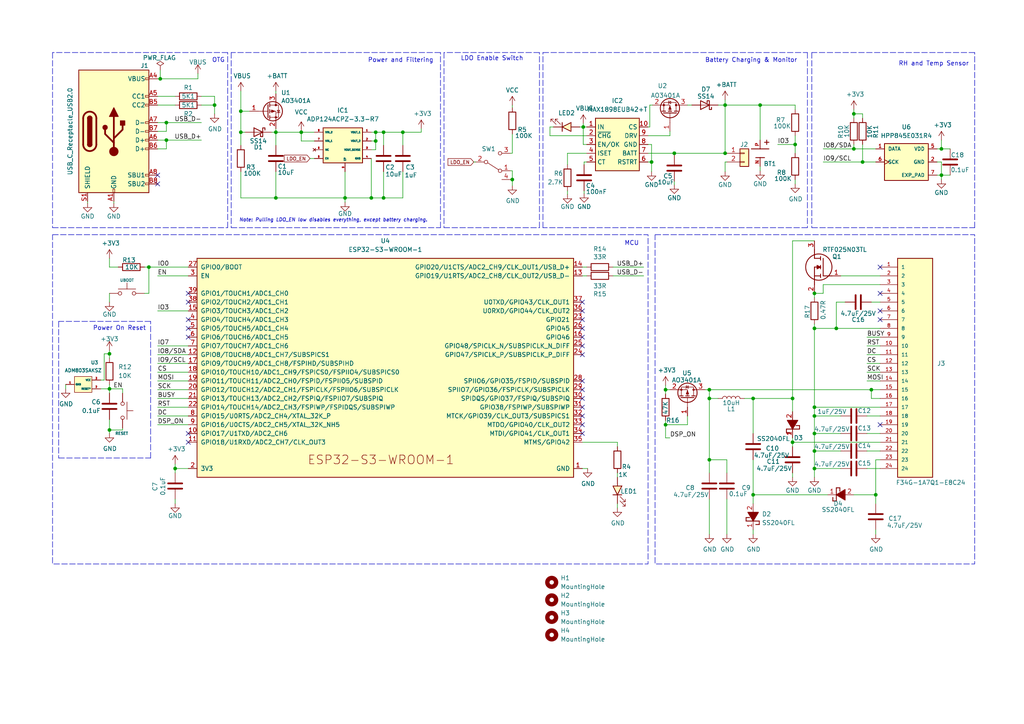
<source format=kicad_sch>
(kicad_sch (version 20250114) (generator "eeschema") (generator_version "9.0")
  (paper "A4")
  (title_block (title "Low Power Desktop Weather Station") (date "2025-02-11") (rev "1") (company "Jobit Joseph @ Semicon Media"))
  (rectangle (start 15.24 68.072) (end 187.96 163.576) (stroke (width 0) (type dash)))
  (rectangle (start 189.992 68.072) (end 282.702 163.576) (stroke (width 0) (type dash)))
  (text "MCU\n" (at 181.102 71.374 0) (effects (font (size 1.27 1.27)) (justify left bottom)))
  (text "Note: Pulling LDO_EN low disables everything, except battery charging.\n" (at 69.342 64.516 0) (effects (font (size 1 1) (italic yes)) (justify left bottom)))
  (text "RH and Temp Sensor" (at 260.604 19.304 0) (effects (font (size 1.27 1.27)) (justify left bottom)))
  (text "OTG" (at 61.468 18.288 0) (effects (font (size 1.27 1.27)) (justify left bottom)))
  (text "Power On Reset" (at 26.924 96.012 0) (effects (font (size 1.27 1.27)) (justify left bottom)))
  (text "Battery Charging & Monitor" (at 204.47 18.288 0) (effects (font (size 1.27 1.27)) (justify left bottom)))
  (text "Power and Filtering\n" (at 106.68 18.288 0) (effects (font (size 1.27 1.27)) (justify left bottom)))
  (text "LDO Enable Switch" (at 133.604 17.78 0) (effects (font (size 1.27 1.27)) (justify left bottom)))
  (junction (at 62.23 30.48))
  (junction (at 43.18 77.47))
  (junction (at 205.74 133.35))
  (junction (at 111.252 38.354))
  (junction (at 236.22 125.73))
  (junction (at 148.59 52.07))
  (junction (at 169.164 36.83))
  (junction (at 31.75 102.616))
  (junction (at 195.58 44.45))
  (junction (at 205.74 113.03))
  (junction (at 254 143.51))
  (junction (at 236.22 95.25))
  (junction (at 108.966 40.894))
  (junction (at 236.22 85.09))
  (junction (at 273.05 43.18))
  (junction (at 80.01 38.354))
  (junction (at 210.312 44.45))
  (junction (at 111.252 57.404))
  (junction (at 218.44 143.51))
  (junction (at 69.85 38.354))
  (junction (at 210.312 30.48))
  (junction (at 273.05 50.8))
  (junction (at 236.22 118.11))
  (junction (at 48.26 40.64))
  (junction (at 236.22 130.81))
  (junction (at 247.65 33.02))
  (junction (at 80.01 57.404))
  (junction (at 31.75 112.776))
  (junction (at 50.8 135.89))
  (junction (at 236.22 135.89))
  (junction (at 247.65 43.18))
  (junction (at 193.04 113.03))
  (junction (at 250.19 46.99))
  (junction (at 116.84 38.354))
  (junction (at 220.472 30.48))
  (junction (at 229.87 128.27))
  (junction (at 107.696 57.404))
  (junction (at 31.75 124.714))
  (junction (at 46.482 22.86))
  (junction (at 229.87 115.57))
  (junction (at 100.076 57.404))
  (junction (at 236.22 120.65))
  (junction (at 48.26 35.56))
  (junction (at 188.976 46.99))
  (junction (at 87.376 38.354))
  (junction (at 218.44 115.57))
  (junction (at 230.632 41.91))
  (junction (at 69.85 32.258))
  (junction (at 193.04 123.19))
  (junction (at 242.57 95.25))
  (junction (at 108.966 38.354))
  (junction (at 252.73 113.03))
  (junction (at 205.74 115.57))
  (no_connect (at 168.91 123.19))
  (no_connect (at 54.61 125.73))
  (no_connect (at 255.27 85.09))
  (no_connect (at 255.27 77.47))
  (no_connect (at 168.91 113.03))
  (no_connect (at 255.27 92.71))
  (no_connect (at 168.91 97.79))
  (no_connect (at 54.61 92.71))
  (no_connect (at 168.91 92.71))
  (no_connect (at 168.91 115.57))
  (no_connect (at 45.72 53.34))
  (no_connect (at 255.27 90.17))
  (no_connect (at 168.91 102.87))
  (no_connect (at 168.91 125.73))
  (no_connect (at 168.91 120.65))
  (no_connect (at 255.27 123.19))
  (no_connect (at 54.61 128.27))
  (no_connect (at 54.61 95.25))
  (no_connect (at 54.61 87.63))
  (no_connect (at 45.72 50.8))
  (no_connect (at 168.91 118.11))
  (no_connect (at 168.91 100.33))
  (no_connect (at 54.61 97.79))
  (no_connect (at 168.91 87.63))
  (no_connect (at 168.91 110.49))
  (no_connect (at 54.61 85.09))
  (no_connect (at 168.91 90.17))
  (no_connect (at 168.91 95.25))
  (wire (pts (xy 238.76 46.99) (xy 250.19 46.99)))
  (wire (pts (xy 187.96 36.83) (xy 188.468 36.83)))
  (wire (pts (xy 25.4 58.928) (xy 25.4 58.42)))
  (polyline (pts (xy 67.056 15.24) (xy 67.056 66.04)) (stroke (width 0) (type dash)))
  (wire (pts (xy 170.18 41.91) (xy 169.164 41.91)))
  (wire (pts (xy 251.46 97.79) (xy 255.27 97.79)))
  (wire (pts (xy 107.696 45.974) (xy 107.696 57.404)))
  (wire (pts (xy 31.75 111.506) (xy 31.75 112.776)))
  (polyline (pts (xy 15.24 66.04) (xy 66.04 66.04)) (stroke (width 0) (type dash)))
  (wire (pts (xy 252.73 113.03) (xy 255.27 113.03)))
  (wire (pts (xy 254 143.51) (xy 254 146.05)))
  (wire (pts (xy 29.21 110.236) (xy 30.226 110.236)))
  (wire (pts (xy 45.72 102.87) (xy 54.61 102.87)))
  (wire (pts (xy 255.27 128.27) (xy 229.87 128.27)))
  (wire (pts (xy 80.01 38.354) (xy 87.376 38.354)))
  (wire (pts (xy 188.976 46.99) (xy 187.96 46.99)))
  (polyline (pts (xy 235.458 66.04) (xy 282.702 66.04)) (stroke (width 0) (type dash)))
  (wire (pts (xy 31.75 102.616) (xy 30.226 102.616)))
  (wire (pts (xy 247.65 33.02) (xy 247.65 34.29)))
  (wire (pts (xy 242.57 95.25) (xy 236.22 95.25)))
  (wire (pts (xy 195.58 44.45) (xy 195.58 44.958)))
  (wire (pts (xy 107.696 43.434) (xy 108.966 43.434)))
  (wire (pts (xy 193.04 123.19) (xy 199.39 123.19)))
  (wire (pts (xy 116.84 38.354) (xy 116.84 42.164)))
  (wire (pts (xy 210.312 46.99) (xy 210.82 46.99)))
  (wire (pts (xy 210.82 137.16) (xy 210.82 133.35)))
  (wire (pts (xy 230.632 39.37) (xy 230.632 41.91)))
  (wire (pts (xy 210.312 30.48) (xy 220.472 30.48)))
  (wire (pts (xy 45.72 105.41) (xy 54.61 105.41)))
  (wire (pts (xy 247.65 41.91) (xy 247.65 43.18)))
  (wire (pts (xy 169.164 35.814) (xy 169.164 36.83)))
  (wire (pts (xy 45.72 27.94) (xy 50.8 27.94)))
  (wire (pts (xy 255.27 82.55) (xy 238.76 82.55)))
  (wire (pts (xy 179.07 128.27) (xy 179.07 129.54)))
  (wire (pts (xy 31.75 124.714) (xy 31.75 125.73)))
  (wire (pts (xy 45.72 22.86) (xy 46.482 22.86)))
  (wire (pts (xy 230.632 52.07) (xy 230.632 53.34)))
  (wire (pts (xy 100.076 58.674) (xy 100.076 57.404)))
  (wire (pts (xy 177.8 80.01) (xy 186.69 80.01)))
  (wire (pts (xy 45.72 120.65) (xy 54.61 120.65)))
  (polyline (pts (xy 234.188 15.24) (xy 234.188 66.04)) (stroke (width 0) (type dash)))
  (wire (pts (xy 208.28 30.48) (xy 210.312 30.48)))
  (wire (pts (xy 210.312 30.48) (xy 210.312 44.45)))
  (wire (pts (xy 229.87 127) (xy 229.87 128.27)))
  (wire (pts (xy 187.96 39.37) (xy 194.31 39.37)))
  (wire (pts (xy 273.05 50.8) (xy 275.59 50.8)))
  (wire (pts (xy 164.592 44.45) (xy 170.18 44.45)))
  (wire (pts (xy 69.85 32.258) (xy 69.85 38.354)))
  (wire (pts (xy 243.84 80.01) (xy 255.27 80.01)))
  (polyline (pts (xy 157.48 66.04) (xy 157.48 15.24)) (stroke (width 0) (type dash)))
  (wire (pts (xy 148.082 52.07) (xy 148.59 52.07)))
  (wire (pts (xy 229.87 138.43) (xy 229.87 137.16)))
  (polyline (pts (xy 66.04 15.24) (xy 15.24 15.24)) (stroke (width 0) (type dash)))
  (wire (pts (xy 238.76 43.18) (xy 247.65 43.18)))
  (polyline (pts (xy 156.464 15.24) (xy 128.778 15.24)) (stroke (width 0) (type dash)))
  (wire (pts (xy 168.148 36.83) (xy 169.164 36.83)))
  (wire (pts (xy 188.976 49.784) (xy 188.976 46.99)))
  (wire (pts (xy 205.74 113.03) (xy 205.74 115.57)))
  (wire (pts (xy 107.696 40.894) (xy 108.966 40.894)))
  (wire (pts (xy 236.22 95.25) (xy 236.22 93.98)))
  (wire (pts (xy 210.312 49.784) (xy 210.312 46.99)))
  (wire (pts (xy 251.46 120.65) (xy 255.27 120.65)))
  (wire (pts (xy 107.696 38.354) (xy 108.966 38.354)))
  (wire (pts (xy 45.72 118.11) (xy 54.61 118.11)))
  (wire (pts (xy 31.75 121.666) (xy 31.75 124.714)))
  (wire (pts (xy 62.23 30.48) (xy 58.42 30.48)))
  (wire (pts (xy 187.96 44.45) (xy 195.58 44.45)))
  (wire (pts (xy 218.44 115.57) (xy 229.87 115.57)))
  (wire (pts (xy 229.87 115.57) (xy 229.87 119.38)))
  (wire (pts (xy 273.05 46.99) (xy 273.05 50.8)))
  (wire (pts (xy 159.512 36.83) (xy 160.528 36.83)))
  (wire (pts (xy 250.19 41.91) (xy 250.19 46.99)))
  (wire (pts (xy 50.8 134.62) (xy 50.8 135.89)))
  (wire (pts (xy 87.376 38.354) (xy 91.186 38.354)))
  (wire (pts (xy 122.174 38.354) (xy 122.174 37.338)))
  (wire (pts (xy 111.252 49.784) (xy 111.252 57.404)))
  (wire (pts (xy 33.02 58.42) (xy 33.02 58.928)))
  (wire (pts (xy 43.18 85.09) (xy 43.18 77.47)))
  (wire (pts (xy 69.85 38.354) (xy 69.85 42.164)))
  (polyline (pts (xy 66.04 66.04) (xy 66.04 15.24)) (stroke (width 0) (type dash)))
  (wire (pts (xy 100.076 57.404) (xy 107.696 57.404)))
  (wire (pts (xy 177.8 77.47) (xy 186.69 77.47)))
  (wire (pts (xy 251.46 125.73) (xy 255.27 125.73)))
  (polyline (pts (xy 43.688 93.218) (xy 17.018 93.218)) (stroke (width 0) (type dash)))
  (wire (pts (xy 251.46 105.41) (xy 255.27 105.41)))
  (wire (pts (xy 108.966 40.894) (xy 108.966 38.354)))
  (wire (pts (xy 236.22 130.81) (xy 236.22 135.89)))
  (wire (pts (xy 247.65 31.75) (xy 247.65 33.02)))
  (wire (pts (xy 31.75 101.6) (xy 31.75 102.616)))
  (wire (pts (xy 80.01 26.416) (xy 80.01 27.178)))
  (wire (pts (xy 111.252 38.354) (xy 116.84 38.354)))
  (wire (pts (xy 229.87 128.27) (xy 229.87 129.54)))
  (wire (pts (xy 236.22 125.73) (xy 236.22 130.81)))
  (wire (pts (xy 236.22 135.89) (xy 243.84 135.89)))
  (wire (pts (xy 45.72 43.18) (xy 48.26 43.18)))
  (wire (pts (xy 50.8 135.89) (xy 50.8 137.16)))
  (wire (pts (xy 48.26 40.64) (xy 45.72 40.64)))
  (wire (pts (xy 35.56 124.206) (xy 35.56 124.714)))
  (wire (pts (xy 273.05 40.64) (xy 273.05 43.18)))
  (wire (pts (xy 45.72 90.17) (xy 54.61 90.17)))
  (wire (pts (xy 48.26 38.1) (xy 45.72 38.1)))
  (wire (pts (xy 69.85 32.258) (xy 72.39 32.258)))
  (wire (pts (xy 108.966 38.354) (xy 111.252 38.354)))
  (wire (pts (xy 108.966 43.434) (xy 108.966 40.894)))
  (wire (pts (xy 205.74 115.57) (xy 208.28 115.57)))
  (wire (pts (xy 80.01 49.784) (xy 80.01 57.404)))
  (wire (pts (xy 193.04 127) (xy 193.04 123.19)))
  (wire (pts (xy 148.59 38.862) (xy 148.59 44.45)))
  (wire (pts (xy 45.72 80.01) (xy 54.61 80.01)))
  (wire (pts (xy 252.73 113.03) (xy 205.74 113.03)))
  (wire (pts (xy 236.22 120.65) (xy 243.84 120.65)))
  (wire (pts (xy 236.22 135.89) (xy 236.22 138.43)))
  (wire (pts (xy 31.75 74.93) (xy 31.75 77.47)))
  (wire (pts (xy 255.27 115.57) (xy 252.73 115.57)))
  (wire (pts (xy 57.404 22.86) (xy 57.404 21.336)))
  (wire (pts (xy 69.85 57.404) (xy 80.01 57.404)))
  (wire (pts (xy 116.84 38.354) (xy 122.174 38.354)))
  (wire (pts (xy 169.418 46.99) (xy 170.18 46.99)))
  (wire (pts (xy 41.91 85.09) (xy 43.18 85.09)))
  (wire (pts (xy 48.26 43.18) (xy 48.26 40.64)))
  (polyline (pts (xy 17.018 93.218) (xy 17.018 132.842)) (stroke (width 0) (type dash)))
  (wire (pts (xy 273.05 43.18) (xy 275.59 43.18)))
  (polyline (pts (xy 128.778 66.04) (xy 156.464 66.04)) (stroke (width 0) (type dash)))
  (polyline (pts (xy 234.188 66.04) (xy 157.48 66.04)) (stroke (width 0) (type dash)))
  (wire (pts (xy 229.87 69.85) (xy 229.87 115.57)))
  (wire (pts (xy 148.082 49.53) (xy 148.59 49.53)))
  (wire (pts (xy 164.592 56.388) (xy 164.592 55.372)))
  (wire (pts (xy 116.84 49.784) (xy 116.84 57.404)))
  (wire (pts (xy 100.076 49.784) (xy 100.076 57.404)))
  (wire (pts (xy 148.59 52.07) (xy 148.59 53.848)))
  (wire (pts (xy 30.226 102.616) (xy 30.226 110.236)))
  (wire (pts (xy 236.22 125.73) (xy 243.84 125.73)))
  (wire (pts (xy 45.72 123.19) (xy 54.61 123.19)))
  (wire (pts (xy 50.8 135.89) (xy 54.61 135.89)))
  (polyline (pts (xy 17.018 132.842) (xy 43.688 132.842)) (stroke (width 0) (type dash)))
  (wire (pts (xy 169.418 56.134) (xy 169.418 55.372)))
  (wire (pts (xy 210.312 28.956) (xy 210.312 30.48)))
  (wire (pts (xy 254 154.94) (xy 254 153.67)))
  (wire (pts (xy 46.482 22.86) (xy 57.404 22.86)))
  (wire (pts (xy 210.82 154.94) (xy 210.82 144.78)))
  (polyline (pts (xy 67.056 66.04) (xy 127.762 66.04)) (stroke (width 0) (type dash)))
  (wire (pts (xy 111.252 57.404) (xy 116.84 57.404)))
  (wire (pts (xy 31.75 112.776) (xy 35.56 112.776)))
  (wire (pts (xy 48.26 35.56) (xy 48.26 38.1)))
  (wire (pts (xy 45.72 107.95) (xy 54.61 107.95)))
  (wire (pts (xy 199.39 123.19) (xy 199.39 120.65)))
  (wire (pts (xy 254 133.35) (xy 254 143.51)))
  (wire (pts (xy 164.592 44.45) (xy 164.592 47.752)))
  (wire (pts (xy 236.22 120.65) (xy 236.22 125.73)))
  (wire (pts (xy 215.9 115.57) (xy 218.44 115.57)))
  (wire (pts (xy 80.01 57.404) (xy 100.076 57.404)))
  (wire (pts (xy 193.04 121.92) (xy 193.04 123.19)))
  (wire (pts (xy 137.922 46.99) (xy 137.414 46.99)))
  (wire (pts (xy 87.376 40.894) (xy 87.376 38.354)))
  (wire (pts (xy 251.46 102.87) (xy 255.27 102.87)))
  (wire (pts (xy 205.74 115.57) (xy 205.74 133.35)))
  (polyline (pts (xy 157.48 15.24) (xy 234.188 15.24)) (stroke (width 0) (type dash)))
  (wire (pts (xy 188.976 41.91) (xy 188.976 46.99)))
  (polyline (pts (xy 127.762 15.24) (xy 67.056 15.24)) (stroke (width 0) (type dash)))
  (polyline (pts (xy 127.762 66.04) (xy 127.762 15.24)) (stroke (width 0) (type dash)))
  (wire (pts (xy 78.74 38.354) (xy 80.01 38.354)))
  (wire (pts (xy 62.23 27.94) (xy 62.23 30.48)))
  (wire (pts (xy 238.76 82.55) (xy 238.76 85.09)))
  (wire (pts (xy 247.65 43.18) (xy 254 43.18)))
  (wire (pts (xy 29.21 112.776) (xy 31.75 112.776)))
  (wire (pts (xy 31.75 77.47) (xy 34.29 77.47)))
  (wire (pts (xy 69.85 49.784) (xy 69.85 57.404)))
  (wire (pts (xy 45.72 110.49) (xy 54.61 110.49)))
  (wire (pts (xy 245.11 87.63) (xy 242.57 87.63)))
  (wire (pts (xy 250.19 33.02) (xy 247.65 33.02)))
  (wire (pts (xy 255.27 133.35) (xy 254 133.35)))
  (wire (pts (xy 45.72 100.33) (xy 54.61 100.33)))
  (wire (pts (xy 251.46 135.89) (xy 255.27 135.89)))
  (wire (pts (xy 168.91 135.89) (xy 170.434 135.89)))
  (wire (pts (xy 218.44 125.73) (xy 218.44 115.57)))
  (wire (pts (xy 169.164 41.91) (xy 169.164 36.83)))
  (polyline (pts (xy 156.464 66.04) (xy 156.464 15.24)) (stroke (width 0) (type dash)))
  (wire (pts (xy 251.46 110.49) (xy 255.27 110.49)))
  (wire (pts (xy 271.78 50.8) (xy 273.05 50.8)))
  (wire (pts (xy 179.07 146.05) (xy 179.07 147.32)))
  (wire (pts (xy 220.472 30.48) (xy 230.632 30.48)))
  (wire (pts (xy 242.57 87.63) (xy 242.57 95.25)))
  (wire (pts (xy 195.58 44.45) (xy 210.312 44.45)))
  (wire (pts (xy 43.18 77.47) (xy 54.61 77.47)))
  (wire (pts (xy 205.74 154.94) (xy 205.74 144.78)))
  (wire (pts (xy 220.472 30.48) (xy 220.472 40.64)))
  (wire (pts (xy 255.27 95.25) (xy 242.57 95.25)))
  (wire (pts (xy 251.46 130.81) (xy 255.27 130.81)))
  (wire (pts (xy 187.96 41.91) (xy 188.976 41.91)))
  (wire (pts (xy 80.01 37.338) (xy 80.01 38.354)))
  (polyline (pts (xy 128.778 15.24) (xy 128.778 66.04)) (stroke (width 0) (type dash)))
  (wire (pts (xy 168.91 128.27) (xy 179.07 128.27)))
  (wire (pts (xy 62.23 30.48) (xy 62.23 33.02)))
  (wire (pts (xy 46.482 20.32) (xy 46.482 22.86)))
  (wire (pts (xy 48.26 35.56) (xy 58.42 35.56)))
  (wire (pts (xy 45.72 35.56) (xy 48.26 35.56)))
  (wire (pts (xy 251.46 107.95) (xy 255.27 107.95)))
  (wire (pts (xy 238.76 85.09) (xy 236.22 85.09)))
  (wire (pts (xy 204.47 113.03) (xy 205.74 113.03)))
  (polyline (pts (xy 282.702 66.04) (xy 282.702 15.24)) (stroke (width 0) (type dash)))
  (polyline (pts (xy 282.702 15.24) (xy 235.458 15.24)) (stroke (width 0) (type dash)))
  (wire (pts (xy 220.472 49.53) (xy 220.472 48.26)))
  (wire (pts (xy 45.72 115.57) (xy 54.61 115.57)))
  (wire (pts (xy 250.19 34.29) (xy 250.19 33.02)))
  (wire (pts (xy 236.22 118.11) (xy 236.22 120.65)))
  (wire (pts (xy 19.05 112.776) (xy 19.05 111.506)))
  (wire (pts (xy 252.73 87.63) (xy 255.27 87.63)))
  (wire (pts (xy 87.376 37.846) (xy 87.376 38.354)))
  (wire (pts (xy 194.31 113.03) (xy 193.04 113.03)))
  (wire (pts (xy 210.312 44.45) (xy 210.82 44.45)))
  (wire (pts (xy 230.632 30.48) (xy 230.632 31.75)))
  (wire (pts (xy 218.44 154.94) (xy 218.44 153.67)))
  (wire (pts (xy 170.18 39.37) (xy 159.512 39.37)))
  (wire (pts (xy 50.8 146.05) (xy 50.8 144.78)))
  (wire (pts (xy 111.252 38.354) (xy 111.252 42.164)))
  (wire (pts (xy 200.66 30.48) (xy 199.39 30.48)))
  (wire (pts (xy 179.07 137.16) (xy 179.07 138.43)))
  (wire (pts (xy 230.632 41.91) (xy 230.632 44.45)))
  (wire (pts (xy 41.91 77.47) (xy 43.18 77.47)))
  (wire (pts (xy 89.916 45.974) (xy 91.186 45.974)))
  (wire (pts (xy 69.85 26.416) (xy 69.85 32.258)))
  (wire (pts (xy 225.552 41.91) (xy 230.632 41.91)))
  (wire (pts (xy 188.468 36.83) (xy 188.468 30.48)))
  (wire (pts (xy 205.74 133.35) (xy 205.74 137.16)))
  (wire (pts (xy 169.418 47.752) (xy 169.418 46.99)))
  (wire (pts (xy 194.31 38.1) (xy 194.31 39.37)))
  (polyline (pts (xy 235.458 15.24) (xy 235.458 66.04)) (stroke (width 0) (type dash)))
  (wire (pts (xy 35.56 112.776) (xy 35.56 114.046)))
  (wire (pts (xy 193.04 113.03) (xy 193.04 114.3)))
  (wire (pts (xy 250.19 46.99) (xy 254 46.99)))
  (wire (pts (xy 148.082 44.45) (xy 148.59 44.45)))
  (wire (pts (xy 91.186 40.894) (xy 87.376 40.894)))
  (wire (pts (xy 240.03 143.51) (xy 218.44 143.51)))
  (wire (pts (xy 50.8 30.48) (xy 45.72 30.48)))
  (wire (pts (xy 195.58 52.578) (xy 195.58 53.594)))
  (wire (pts (xy 188.468 30.48) (xy 189.23 30.48)))
  (wire (pts (xy 71.12 38.354) (xy 69.85 38.354)))
  (wire (pts (xy 45.72 113.03) (xy 54.61 113.03)))
  (wire (pts (xy 236.22 130.81) (xy 243.84 130.81)))
  (wire (pts (xy 58.42 27.94) (xy 62.23 27.94)))
  (wire (pts (xy 148.59 49.53) (xy 148.59 52.07)))
  (wire (pts (xy 159.512 39.37) (xy 159.512 36.83)))
  (polyline (pts (xy 43.688 132.842) (xy 43.688 93.218)) (stroke (width 0) (type dash)))
  (wire (pts (xy 271.78 46.99) (xy 273.05 46.99)))
  (wire (pts (xy 107.696 57.404) (xy 111.252 57.404)))
  (wire (pts (xy 170.18 77.47) (xy 168.91 77.47)))
  (wire (pts (xy 236.22 118.11) (xy 255.27 118.11)))
  (polyline (pts (xy 15.24 15.24) (xy 15.24 66.04)) (stroke (width 0) (type dash)))
  (wire (pts (xy 31.75 102.616) (xy 31.75 103.886)))
  (wire (pts (xy 254 143.51) (xy 247.65 143.51)))
  (wire (pts (xy 194.31 127) (xy 193.04 127)))
  (wire (pts (xy 148.59 30.48) (xy 148.59 31.242)))
  (wire (pts (xy 210.82 133.35) (xy 205.74 133.35)))
  (wire (pts (xy 193.04 111.76) (xy 193.04 113.03)))
  (wire (pts (xy 170.18 80.01) (xy 168.91 80.01)))
  (wire (pts (xy 251.46 100.33) (xy 255.27 100.33)))
  (wire (pts (xy 218.44 143.51) (xy 218.44 146.05)))
  (wire (pts (xy 58.42 40.64) (xy 48.26 40.64)))
  (wire (pts (xy 31.75 87.63) (xy 31.75 85.09)))
  (wire (pts (xy 273.05 50.8) (xy 273.05 52.07)))
  (wire (pts (xy 169.164 36.83) (xy 170.18 36.83)))
  (wire (pts (xy 35.56 124.714) (xy 31.75 124.714)))
  (wire (pts (xy 80.01 38.354) (xy 80.01 42.164)))
  (wire (pts (xy 31.75 112.776) (xy 31.75 114.046)))
  (wire (pts (xy 236.22 69.85) (xy 229.87 69.85)))
  (wire (pts (xy 252.73 115.57) (xy 252.73 113.03)))
  (wire (pts (xy 271.78 43.18) (xy 273.05 43.18)))
  (wire (pts (xy 236.22 85.09) (xy 236.22 86.36)))
  (wire (pts (xy 218.44 133.35) (xy 218.44 143.51)))
  (wire (pts (xy 236.22 95.25) (xy 236.22 118.11)))
  (label "DSP_ON" (at 194.31 127 0))
  (label "DSP_ON" (at 45.72 123.19 0))
  (label "IO9{slash}SCL" (at 238.76 46.99 0))
  (label "IO9{slash}SCL" (at 45.72 105.41 0))
  (label "USB_D+" (at 58.42 40.64 180))
  (label "CS" (at 251.46 105.41 0))
  (label "IO3" (at 225.552 41.91 0))
  (label "USB_D-" (at 58.42 35.56 180))
  (label "IO8{slash}SDA" (at 45.72 102.87 0))
  (label "USB_D-" (at 186.69 80.01 180))
  (label "BUSY" (at 45.72 115.57 0))
  (label "IO7" (at 45.72 100.33 0))
  (label "DC" (at 251.46 102.87 0))
  (label "RST" (at 251.46 100.33 0))
  (label "BUSY" (at 251.46 97.79 0))
  (label "IO8{slash}SDA" (at 238.76 43.18 0))
  (label "IO0" (at 45.72 77.47 0))
  (label "USB_D+" (at 186.69 77.47 180))
  (label "MOSI" (at 251.46 110.49 0))
  (label "RST" (at 45.72 118.11 0))
  (label "DC" (at 45.72 120.65 0))
  (label "CS" (at 45.72 107.95 0))
  (label "MOSI" (at 45.72 110.49 0))
  (label "SCK" (at 45.72 113.03 0))
  (label "EN" (at 35.56 112.776 180))
  (label "SCK" (at 251.46 107.95 0))
  (label "EN" (at 45.72 80.01 0))
  (label "IO3" (at 45.72 90.17 0))
  (global_label "LDO_EN" (shape input) (at 89.916 45.974 180) (effects (font (size 1 1))) (property "Intersheetrefs" "${INTERSHEET_REFS}" (effects (hide yes))))
  (global_label "LDO_EN" (shape input) (at 137.414 46.99 180) (effects (font (size 1 1))) (property "Intersheetrefs" "${INTERSHEET_REFS}" (effects (hide yes))))
  (symbol (lib_id "power:GND") (at 236.22 138.43 0) (unit 1)
    (property "Reference" "#PWR0102" (effects (hide yes)))
    (property "Value" "GND" (at 236.22 142.24 0))
  )
  (symbol (lib_id "Mechanical:MountingHole") (at 160.02 184.15 0) (unit 1) (exclude_from_sim yes) (in_bom no)
    (property "Reference" "H4" (at 162.56 182.8799 0) (effects (justify left)))
    (property "Value" "MountingHole" (at 162.56 185.4199 0) (effects (justify left)))
    (property "Footprint" "MountingHole:MountingHole_2.5mm_Pad" (effects (hide yes)))
    (property "Description" "Mounting Hole without connection" (effects (hide yes)))
  )
  (symbol (lib_id "power:GND") (at 205.74 154.94 0) (unit 1)
    (property "Reference" "#PWR0104" (effects (hide yes)))
    (property "Value" "GND" (at 205.867 159.3342 0))
  )
  (symbol (lib_id "power:GND") (at 33.02 58.928 0) (unit 1)
    (property "Reference" "#PWR0138" (effects (hide yes)))
    (property "Value" "GND" (at 33.02 62.738 0))
  )
  (symbol (lib_id "power:+3V3") (at 193.04 111.76 0) (unit 1)
    (property "Reference" "#PWR0101" (effects (hide yes)))
    (property "Value" "+3V3" (at 193.421 107.3658 0))
  )
  (symbol (lib_id "F34G-1A7Q1-E8C24:F34G-1A7Q1-E8C24") (at 265.43 105.41 0) (unit 1)
    (property "Reference" "J3" (at 271.78 105.4099 0) (effects (justify left)))
    (property "Value" "F34G-1A7Q1-E8C24" (at 259.842 139.954 0) (effects (justify left)))
    (property "Footprint" "F34G_1A7Q1_E8C24:AMPHENOL_F34G-1A7Q1-E8C24" (effects (hide yes)))
    (property "PARTREV" "A" (effects (hide yes)))
    (property "STANDARD" "Manufacturer Recommendations" (effects (hide yes)))
    (property "MAXIMUM_PACKAGE_HEIGHT" "2.90 mm" (effects (hide yes)))
    (property "MANUFACTURER" "Amphenol" (effects (hide yes)))
  )
  (symbol (lib_id "Device:C") (at 205.74 140.97 0) (mirror y) (unit 1)
    (property "Reference" "C8" (at 200.152 141.478 0))
    (property "Value" "4.7uF/25V" (at 200.406 143.51 0))
    (property "Footprint" "Capacitor_SMD:C_0603_1608Metric" (effects (hide yes)))
    (property "Description" "Unpolarized capacitor" (effects (hide yes)))
  )
  (symbol (lib_id "Espressif:ESP32-S3-WROOM-1") (at 110.49 107.95 0) (unit 1)
    (property "Reference" "U4" (at 111.76 69.85 0))
    (property "Value" "ESP32-S3-WROOM-1" (at 111.76 72.39 0))
    (property "Footprint" "Espressif:ESP32-S3-WROOM-1" (effects (hide yes)))
    (property "Datasheet" "https://www.espressif.com/sites/default/files/documentation/esp32-s3-wroom-1_wroom-1u_datasheet_en.pdf" (effects (hide yes)))
    (property "DigiKey Part Number" "1965-ESP32-S3-WROOM-1-N16R8CT-ND" (effects (hide yes)))
    (property "DigiKey Link" "https://www.digikey.in/en/products/detail/espressif-systems/ESP32-S3-WROOM-1-N16R8/16162642" (effects (hide yes)))
    (property "Manufacturer" "Espressif Systems" (effects (hide yes)))
    (property "Manufacturer Product Number" "ESP32-S3-WROOM-1-N16R8" (effects (hide yes)))
  )
  (symbol (lib_id "Device:C") (at 50.8 140.97 0) (mirror y) (unit 1)
    (property "Reference" "C7" (at 44.958 142.494 90) (effects (justify left)))
    (property "Value" "0.1uF" (at 47.244 143.764 90) (effects (justify left)))
    (property "Footprint" "Capacitor_SMD:C_0603_1608Metric" (effects (hide yes)))
    (property "DigiKey Part Number" "490-6328-1-ND" (effects (hide yes)))
    (property "DigiKey Link" "https://www.digikey.in/en/products/detail/murata-electronics/GRM155R71C104KA88J/2610892" (effects (hide yes)))
    (property "Manufacturer" "Murata Electronics" (effects (hide yes)))
    (property "Manufacturer Product Number" "GRM155R71C104KA88J" (effects (hide yes)))
  )
  (symbol (lib_id "Device:C") (at 218.44 129.54 0) (unit 1)
    (property "Reference" "C10" (at 224.028 130.048 0))
    (property "Value" "4.7uF/25V" (at 223.774 132.08 0))
    (property "Footprint" "Capacitor_SMD:C_0603_1608Metric" (effects (hide yes)))
    (property "Description" "Unpolarized capacitor" (effects (hide yes)))
  )
  (symbol (lib_id "power:+BATT") (at 80.01 26.416 0) (unit 1)
    (property "Reference" "#PWR0132" (effects (hide yes)))
    (property "Value" "+BATT" (at 80.391 22.0218 0))
  )
  (symbol (lib_id "power:GND") (at 164.592 56.388 0) (unit 1)
    (property "Reference" "#PWR0120" (effects (hide yes)))
    (property "Value" "GND" (at 164.592 59.944 0))
  )
  (symbol (lib_id "Device:R") (at 250.19 38.1 0) (unit 1)
    (property "Reference" "R11" (at 254 40.132 90) (effects (justify left)))
    (property "Value" "10K" (at 252.222 40.132 90) (effects (justify left)))
    (property "Footprint" "Resistor_SMD:R_0603_1608Metric" (effects (hide yes)))
    (property "DigiKey Part Number" "P10.0KHCT-ND" (effects (hide yes)))
    (property "DigiKey Link" "https://www.digikey.in/en/products/detail/panasonic-electronic-components/ERJ-3EKF1002V/196066" (effects (hide yes)))
    (property "Manufacturer" "Panasonic Electronic Components" (effects (hide yes)))
    (property "Manufacturer Product Number" "ERJ-3EKF1002V" (effects (hide yes)))
  )
  (symbol (lib_name "LED_1") (lib_id "Device:LED") (at 179.07 142.24 90) (unit 1)
    (property "Reference" "LED1" (at 182.372 142.494 90))
    (property "Value" "LED Red" (effects (hide yes)))
    (property "Footprint" "LED_SMD:LED_0603_1608Metric" (effects (hide yes)))
    (property "Description" "Light emitting diode" (effects (hide yes)))
    (property "DigiKey Part Number" "3147-B1911USD-20D000114U1930CT-ND" (effects (hide yes)))
    (property "DigiKey Link" "https://www.digikey.in/en/products/detail/harvatek-corporation/B1911USD-20D000114U1930/15519991" (effects (hide yes)))
    (property "Manufacturer" "Harvatek Corporation" (effects (hide yes)))
    (property "Manufacturer Product Number" "B1911USD-20D000114U1930" (effects (hide yes)))
  )
  (symbol (lib_id "ESP32_TouchDown:DMG3415U-7") (at 77.47 32.258 0) (unit 1)
    (property "Reference" "U1" (at 81.534 26.8986 0) (effects (justify left)))
    (property "Value" "AO3401A" (at 81.534 29.21 0) (effects (justify left)))
    (property "Footprint" "Package_TO_SOT_SMD:SOT-23" (effects (hide yes)))
    (property "Datasheet" "https://aosmd.com/sites/default/files/res/data_sheets/AO3401.pdf" (effects (hide yes)))
    (property "DigiKey Part Number" "AO3401-ND" (effects (hide yes)))
    (property "DigiKey Link" "https://www.digikey.in/en/products/detail/alpha-omega-semiconductor-inc/AO3401/8573943" (effects (hide yes)))
    (property "Manufacturer" "Alpha & Omega Semiconductor Inc." (effects (hide yes)))
    (property "Manufacturer Product Number" "AO3401" (effects (hide yes)))
  )
  (symbol (lib_id "power:GND") (at 50.8 146.05 0) (unit 1)
    (property "Reference" "#PWR0115" (effects (hide yes)))
    (property "Value" "GND" (at 50.8 149.606 0))
  )
  (symbol (lib_id "power:GND") (at 31.75 125.73 0) (unit 1)
    (property "Reference" "#PWR0109" (effects (hide yes)))
    (property "Value" "GND" (at 31.877 130.1242 0))
  )
  (symbol (lib_id "Device:R") (at 173.99 77.47 270) (unit 1)
    (property "Reference" "R14" (at 173.99 72.2122 90))
    (property "Value" "33R" (at 173.99 74.5236 90))
    (property "Footprint" "Resistor_SMD:R_0603_1608Metric" (effects (hide yes)))
    (property "DigiKey Part Number" "P17467CT-ND" (effects (hide yes)))
    (property "DigiKey Link" "https://www.digikey.in/en/products/detail/panasonic-electronic-components/ERJ-3BWFR033V/5647500" (effects (hide yes)))
    (property "Manufacturer" "Panasonic Electronic Components" (effects (hide yes)))
    (property "Manufacturer Product Number" "ERJ-3BWFR033V" (effects (hide yes)))
  )
  (symbol (lib_id "power:+3V3") (at 31.75 101.6 0) (unit 1)
    (property "Reference" "#PWR0111" (effects (hide yes)))
    (property "Value" "+3V3" (at 31.75 98.298 0))
  )
  (symbol (lib_id "power:GND") (at 210.82 154.94 0) (unit 1)
    (property "Reference" "#PWR0107" (effects (hide yes)))
    (property "Value" "GND" (at 210.947 159.3342 0))
  )
  (symbol (lib_name "LED_1") (lib_id "Device:LED") (at 164.338 36.83 0) (mirror x) (unit 1)
    (property "Reference" "LED2" (at 164.338 32.766 0))
    (property "Value" "LED Blue" (effects (hide yes)))
    (property "Footprint" "LED_SMD:LED_0603_1608Metric" (effects (hide yes)))
    (property "Description" "Light emitting diode" (effects (hide yes)))
    (property "DigiKey Part Number" "3147-B1911NB--20C005314U1930CT-ND" (effects (hide yes)))
    (property "DigiKey Link" "https://www.digikey.in/en/products/detail/harvatek-corporation/B1911NB-20C005314U1930/15520015" (effects (hide yes)))
    (property "Manufacturer" "Harvatek Corporation" (effects (hide yes)))
    (property "Manufacturer Product Number" "B1911NB--20C005314U1930" (effects (hide yes)))
  )
  (symbol (lib_id "power:GND") (at 25.4 58.928 0) (unit 1)
    (property "Reference" "#PWR0137" (effects (hide yes)))
    (property "Value" "GND" (at 25.4 62.738 0))
  )
  (symbol (lib_id "Device:R") (at 230.632 35.56 0) (unit 1)
    (property "Reference" "R7" (at 225.044 34.798 0) (effects (justify left)))
    (property "Value" "100K" (at 224.282 36.576 0) (effects (justify left)))
    (property "Footprint" "Resistor_SMD:R_0603_1608Metric" (effects (hide yes)))
    (property "DigiKey Part Number" "P100KHCT-ND" (effects (hide yes)))
    (property "DigiKey Link" "https://www.digikey.in/en/products/detail/panasonic-electronic-components/ERJ-3EKF1003V/196075" (effects (hide yes)))
    (property "Manufacturer" "Panasonic Electronic Components" (effects (hide yes)))
    (property "Manufacturer Product Number" "ERJ-3EKF1003V" (effects (hide yes)))
  )
  (symbol (lib_id "power:GND") (at 148.59 53.848 0) (unit 1)
    (property "Reference" "#PWR0129" (effects (hide yes)))
    (property "Value" "GND" (at 148.717 58.2422 0))
  )
  (symbol (lib_id "power:+3V3") (at 50.8 134.62 0) (unit 1)
    (property "Reference" "#PWR0108" (effects (hide yes)))
    (property "Value" "+3V3" (at 51.181 130.2258 0))
  )
  (symbol (lib_id "Connector_Generic:Conn_01x02") (at 215.9 44.45 0) (unit 1)
    (property "Reference" "J2" (at 214.63 41.91 0) (effects (justify left)))
    (property "Value" "B2B-PH-SM4-TB(LF)(SN)" (effects (hide yes)))
    (property "Footprint" "Connector_JST:JST_PH_S2B-PH-SM4-TB_1x02-1MP_P2.00mm_Horizontal" (effects (hide yes)))
    (property "DigiKey Part Number" "455-1704-ND" (effects (hide yes)))
    (property "DigiKey Link" "https://www.digikey.in/en/products/detail/jst-sales-america-inc/B2B-PH-K-S/926611" (effects (hide yes)))
    (property "Manufacturer" "JST Sales America Inc." (effects (hide yes)))
    (property "Manufacturer Product Number" "B2B-PH-K-S" (effects (hide yes)))
  )
  (symbol (lib_id "Diode:SS14") (at 204.47 30.48 180) (unit 1)
    (property "Reference" "D7" (at 204.724 25.908 0))
    (property "Value" "SS14" (at 204.724 27.94 0))
    (property "Footprint" "Diode_SMD:D_SMA" (effects (hide yes)))
    (property "Datasheet" "https://www.vishay.com/docs/88746/ss12.pdf" (effects (hide yes)))
    (property "Description" "40V 1A Schottky Diode, SMA" (effects (hide yes)))
  )
  (symbol (lib_id "Mechanical:MountingHole") (at 160.02 168.91 0) (unit 1) (exclude_from_sim yes) (in_bom no)
    (property "Reference" "H1" (at 162.56 167.6399 0) (effects (justify left)))
    (property "Value" "MountingHole" (at 162.56 170.1799 0) (effects (justify left)))
    (property "Footprint" "MountingHole:MountingHole_2.5mm_Pad" (effects (hide yes)))
    (property "Description" "Mounting Hole without connection" (effects (hide yes)))
  )
  (symbol (lib_id "ESP32_TouchDown_Rev1.1-rescue:USB_C_Receptacle_USB2.0-Connector") (at 33.02 38.1 0) (unit 1)
    (property "Reference" "J1" (at 41.91 19.05 0))
    (property "Value" "USB_C_Receptacle_USB2.0" (at 20.32 38.1 90))
    (property "Footprint" "Connector_USB:USB_C_Receptacle_XKB_U262-16XN-4BVC11" (effects (hide yes)))
    (property "Datasheet" "https://mm.digikey.com/Volume0/opasdata/d220001/medias/docus/5492/USB4105.pdf" (effects (hide yes)))
    (property "DigiKey Part Number" "2073-USB4105-GF-ACT-ND" (effects (hide yes)))
    (property "DigiKey Link" "https://www.digikey.in/en/products/detail/gct/USB4105-GF-A/11198510" (effects (hide yes)))
    (property "Manufacturer" "GCT" (effects (hide yes)))
    (property "Manufacturer Product Number" "USB4105-GF-A" (effects (hide yes)))
  )
  (symbol (lib_id "Device:C") (at 195.58 48.768 0) (mirror y) (unit 1)
    (property "Reference" "C5" (at 195.072 51.054 0) (effects (justify left)))
    (property "Value" "10uF" (at 195.58 52.832 0) (effects (justify left)))
    (property "Footprint" "Capacitor_SMD:C_0603_1608Metric" (effects (hide yes)))
    (property "DigiKey Part Number" "490-10692-1-ND" (effects (hide yes)))
    (property "DigiKey Link" "https://www.digikey.in/en/products/detail/murata-electronics/GRM155R60E106ME16D/4905100" (effects (hide yes)))
    (property "Manufacturer" "Murata Electronics" (effects (hide yes)))
    (property "Manufacturer Product Number" "GRM155R60E106ME16D" (effects (hide yes)))
  )
  (symbol (lib_id "power:VCC") (at 87.376 37.846 0) (unit 1)
    (property "Reference" "#PWR0133" (effects (hide yes)))
    (property "Value" "VCC" (at 87.376 32.512 0))
    (property "Description" "Power symbol creates a global label with name \"VCC\"" (effects (hide yes)))
  )
  (symbol (lib_id "Device:C") (at 169.418 51.562 0) (unit 1)
    (property "Reference" "C4" (at 169.926 53.848 0) (effects (justify left)))
    (property "Value" "100nF" (at 169.926 55.626 0) (effects (justify left)))
    (property "Footprint" "Capacitor_SMD:C_0603_1608Metric" (effects (hide yes)))
    (property "DigiKey Part Number" "490-10692-1-ND" (effects (hide yes)))
    (property "DigiKey Link" "https://www.digikey.in/en/products/detail/murata-electronics/GRM155R60E106ME16D/4905100" (effects (hide yes)))
    (property "Manufacturer" "Murata Electronics" (effects (hide yes)))
    (property "Manufacturer Product Number" "GRM155R60E106ME16D" (effects (hide yes)))
  )
  (symbol (lib_id "Device:R") (at 69.85 45.974 0) (unit 1)
    (property "Reference" "R3" (at 71.374 48.514 0) (effects (justify left)))
    (property "Value" "100K" (at 70.612 50.292 0) (effects (justify left)))
    (property "Footprint" "Resistor_SMD:R_0603_1608Metric" (effects (hide yes)))
    (property "Datasheet" "https://industrial.panasonic.com/cdbs/www-data/pdf/RDA0000/AOA0000C304.pdf" (effects (hide yes)))
    (property "DigiKey Part Number" "P100KHCT-ND" (effects (hide yes)))
    (property "DigiKey Link" "https://www.digikey.in/en/products/detail/panasonic-electronic-components/ERJ-3EKF1003V/196075" (effects (hide yes)))
    (property "Manufacturer" "Panasonic Electronic Components" (effects (hide yes)))
    (property "Manufacturer Product Number" "ERJ-3EKF1003V" (effects (hide yes)))
  )
  (symbol (lib_id "power:+3V3") (at 273.05 40.64 0) (unit 1)
    (property "Reference" "#PWR0116" (effects (hide yes)))
    (property "Value" "+3V3" (at 273.431 36.2458 0))
  )
  (symbol (lib_id "SS2040FL_R1_00001:SS2040FL_R1_00001") (at 240.03 143.51 0) (unit 1)
    (property "Reference" "D4" (at 243.078 146.05 0))
    (property "Value" "SS2040FL" (at 243.078 147.828 0))
    (property "Footprint" "SS2040FL_R1_00001:SODFL3618X110N" (effects (hide yes)))
    (property "Datasheet" "https://4donline.ihs.com/images/VipMasterIC/IC/PNJI/PNJI-S-A0003671102/PNJI-S-A0003671102-1.pdf?hkey=EF798316E3902B6ED9A73243A3159BB0" (effects (hide yes)))
    (property "Description" "Schottky Diodes & Rectifiers SURFACE MOUNT SCHOTTKY BARRIER RECTIFIER" (effects (hide yes)))
    (property "Height" "1.1" (effects (hide yes)))
    (property "Mouser Part Number" "241-SS2040FLR100001" (effects (hide yes)))
    (property "Mouser Price/Stock" "https://www.mouser.co.uk/ProductDetail/Panjit/SS2040FL_R1_00001?qs=sPbYRqrBIVmCtoceM2y4%252BA%3D%3D" (effects (hide yes)))
    (property "Manufacturer_Name" "PANJIT" (effects (hide yes)))
    (property "Manufacturer_Part_Number" "SS2040FL_R1_00001" (effects (hide yes)))
  )
  (symbol (lib_id "Device:R") (at 164.592 51.562 0) (mirror y) (unit 1)
    (property "Reference" "R6" (at 163.322 50.292 0) (effects (justify left)))
    (property "Value" "2.7K" (at 163.322 52.832 0) (effects (justify left)))
    (property "Footprint" "Resistor_SMD:R_0603_1608Metric" (effects (hide yes)))
    (property "DigiKey Part Number" "P1.40KHCT-ND" (effects (hide yes)))
    (property "DigiKey Link" "https://www.digikey.in/en/products/detail/panasonic-electronic-components/ERJ-3EKF1401V/196049" (effects (hide yes)))
    (property "Manufacturer" "Panasonic Electronic Components" (effects (hide yes)))
    (property "Manufacturer Product Number" "ERJ-3EKF1401V" (effects (hide yes)))
  )
  (symbol (lib_id "Device:C") (at 116.84 45.974 0) (unit 1)
    (property "Reference" "C3" (at 117.602 48.514 0) (effects (justify left)))
    (property "Value" "1uF" (at 117.348 50.8 0) (effects (justify left)))
    (property "Footprint" "Capacitor_SMD:C_0603_1608Metric" (effects (hide yes)))
    (property "DigiKey Part Number" "490-10018-1-ND" (effects (hide yes)))
    (property "DigiKey Link" "https://www.digikey.in/en/products/detail/murata-electronics/GRM155R61E105MA12D/4905141" (effects (hide yes)))
    (property "Manufacturer" "Murata Electronics" (effects (hide yes)))
    (property "Manufacturer Product Number" "GRM155R61E105MA12D" (effects (hide yes)))
  )
  (symbol (lib_id "power:GND") (at 19.05 112.776 0) (unit 1)
    (property "Reference" "#PWR0112" (effects (hide yes)))
    (property "Value" "GND" (at 19.177 117.1702 0))
  )
  (symbol (lib_id "Device:R") (at 193.04 118.11 180) (unit 1)
    (property "Reference" "R16" (at 197.104 121.92 0) (effects (justify left)))
    (property "Value" "47K" (at 193.04 116.332 90) (effects (justify left)))
    (property "Footprint" "Resistor_SMD:R_0603_1608Metric" (effects (hide yes)))
    (property "DigiKey Part Number" "P10.0KHCT-ND" (effects (hide yes)))
    (property "DigiKey Link" "https://www.digikey.in/en/products/detail/panasonic-electronic-components/ERJ-3EKF1002V/196066" (effects (hide yes)))
    (property "Manufacturer" "Panasonic Electronic Components" (effects (hide yes)))
    (property "Manufacturer Product Number" "ERJ-3EKF1002V" (effects (hide yes)))
  )
  (symbol (lib_id "Device:R") (at 230.632 48.26 0) (unit 1)
    (property "Reference" "R8" (at 225.298 50.038 0) (effects (justify left)))
    (property "Value" "100K" (at 224.536 51.816 0) (effects (justify left)))
    (property "Footprint" "Resistor_SMD:R_0603_1608Metric" (effects (hide yes)))
    (property "DigiKey Part Number" "P100KHCT-ND" (effects (hide yes)))
    (property "DigiKey Link" "https://www.digikey.in/en/products/detail/panasonic-electronic-components/ERJ-3EKF1003V/196075" (effects (hide yes)))
    (property "Manufacturer" "Panasonic Electronic Components" (effects (hide yes)))
    (property "Manufacturer Product Number" "ERJ-3EKF1003V" (effects (hide yes)))
  )
  (symbol (lib_id "Mechanical:MountingHole") (at 160.02 173.99 0) (unit 1) (exclude_from_sim yes) (in_bom no)
    (property "Reference" "H2" (at 162.56 172.7199 0) (effects (justify left)))
    (property "Value" "MountingHole" (at 162.56 175.2599 0) (effects (justify left)))
    (property "Footprint" "MountingHole:MountingHole_2.5mm_Pad" (effects (hide yes)))
    (property "Description" "Mounting Hole without connection" (effects (hide yes)))
  )
  (symbol (lib_id "SS2040FL_R1_00001:SS2040FL_R1_00001") (at 218.44 153.67 90) (unit 1)
    (property "Reference" "D2" (at 220.98 149.0979 90) (effects (justify right)))
    (property "Value" "SS2040FL" (at 220.98 151.6379 90) (effects (justify right)))
    (property "Footprint" "SS2040FL_R1_00001:SODFL3618X110N" (effects (hide yes)))
    (property "Datasheet" "https://4donline.ihs.com/images/VipMasterIC/IC/PNJI/PNJI-S-A0003671102/PNJI-S-A0003671102-1.pdf?hkey=EF798316E3902B6ED9A73243A3159BB0" (effects (hide yes)))
    (property "Description" "Schottky Diodes & Rectifiers SURFACE MOUNT SCHOTTKY BARRIER RECTIFIER" (effects (hide yes)))
    (property "Height" "1.1" (effects (hide yes)))
    (property "Mouser Part Number" "241-SS2040FLR100001" (effects (hide yes)))
    (property "Mouser Price/Stock" "https://www.mouser.co.uk/ProductDetail/Panjit/SS2040FL_R1_00001?qs=sPbYRqrBIVmCtoceM2y4%252BA%3D%3D" (effects (hide yes)))
    (property "Manufacturer_Name" "PANJIT" (effects (hide yes)))
    (property "Manufacturer_Part_Number" "SS2040FL_R1_00001" (effects (hide yes)))
  )
  (symbol (lib_id "power:GND") (at 31.75 87.63 0) (unit 1)
    (property "Reference" "#PWR0110" (effects (hide yes)))
    (property "Value" "GND" (at 31.75 91.186 0))
  )
  (symbol (lib_id "Device:C") (at 247.65 125.73 90) (unit 1)
    (property "Reference" "C13" (at 250.698 124.206 90))
    (property "Value" "4.7uF/25V" (at 241.3 124.46 90))
    (property "Footprint" "Capacitor_SMD:C_0603_1608Metric" (effects (hide yes)))
    (property "Description" "Unpolarized capacitor" (effects (hide yes)))
  )
  (symbol (lib_id "Device:C") (at 248.92 87.63 90) (mirror x) (unit 1)
    (property "Reference" "C16" (at 248.92 92.71 90))
    (property "Value" "4.7uF/25V" (at 248.92 90.932 90))
    (property "Footprint" "Capacitor_SMD:C_0603_1608Metric" (effects (hide yes)))
    (property "Description" "Unpolarized capacitor" (effects (hide yes)))
  )
  (symbol (lib_id "Device:R") (at 247.65 38.1 180) (unit 1)
    (property "Reference" "R10" (at 243.84 36.322 90) (effects (justify left)))
    (property "Value" "10K" (at 245.618 36.068 90) (effects (justify left)))
    (property "Footprint" "Resistor_SMD:R_0603_1608Metric" (effects (hide yes)))
    (property "DigiKey Part Number" "P10.0KHCT-ND" (effects (hide yes)))
    (property "DigiKey Link" "https://www.digikey.in/en/products/detail/panasonic-electronic-components/ERJ-3EKF1002V/196066" (effects (hide yes)))
    (property "Manufacturer" "Panasonic Electronic Components" (effects (hide yes)))
    (property "Manufacturer Product Number" "ERJ-3EKF1002V" (effects (hide yes)))
  )
  (symbol (lib_id "ADP124ACPZ-3_3-R7:ADP124ACPZ-3.3-R7") (at 91.186 38.354 0) (unit 1)
    (property "Reference" "IC1" (at 99.441 32.004 0))
    (property "Value" "ADP124ACPZ-3.3-R7" (at 99.441 34.544 0))
    (property "Footprint" "ADP124ACPZ-3.3-R7:SON50P200X200X65-9N-D" (effects (hide yes)))
    (property "Datasheet" "https://componentsearchengine.com/Datasheets/2/ADP124ACPZ-3.3-R7.pdf" (effects (hide yes)))
    (property "Description" "ANALOG DEVICES - ADP124ACPZ-3.3-R7 - Fixed LDO Voltage Regulator, 2.3V to 5.5V, 130mV Dropout, 3.3Vout, 500mAout, LFCSP-8" (effects (hide yes)))
    (property "Height" "0.65" (effects (hide yes)))
    (property "Mouser Part Number" "584-ADP124ACPZ-3.3R7" (effects (hide yes)))
    (property "Mouser Price/Stock" "https://www.mouser.co.uk/ProductDetail/Analog-Devices/ADP124ACPZ-3.3-R7?qs=BpaRKvA4VqFDVHHF1uaprQ%3D%3D" (effects (hide yes)))
    (property "Manufacturer_Name" "Analog Devices" (effects (hide yes)))
    (property "Manufacturer_Part_Number" "ADP124ACPZ-3.3-R7" (effects (hide yes)))
  )
  (symbol (lib_id "power:+BATT") (at 210.312 28.956 0) (unit 1)
    (property "Reference" "#PWR0126" (effects (hide yes)))
    (property "Value" "+BATT" (at 210.693 24.5618 0))
  )
  (symbol (lib_id "Device:R") (at 31.75 107.696 0) (unit 1)
    (property "Reference" "R12" (at 34.29 106.426 0) (effects (justify left)))
    (property "Value" "10K" (at 34.29 108.966 0) (effects (justify left)))
    (property "Footprint" "Resistor_SMD:R_0603_1608Metric" (effects (hide yes)))
    (property "DigiKey Part Number" "P10.0KHCT-ND" (effects (hide yes)))
    (property "DigiKey Link" "https://www.digikey.in/en/products/detail/panasonic-electronic-components/ERJ-3EKF1002V/196066" (effects (hide yes)))
    (property "Manufacturer" "Panasonic Electronic Components" (effects (hide yes)))
    (property "Manufacturer Product Number" "ERJ-3EKF1002V" (effects (hide yes)))
  )
  (symbol (lib_id "Switch:SW_Push") (at 36.83 85.09 0) (mirror y) (unit 1)
    (property "Reference" "BOOT2" (effects (hide yes)))
    (property "Value" "UBOOT" (at 36.83 81.28 0) (effects (font (size 0.8 0.8))))
    (property "Footprint" "3x4x2:Tactile 3x4x2mm TS-A010" (effects (hide yes)))
    (property "DigiKey Part Number" "2449-CS1213AGF160CT-ND" (effects (hide yes)))
    (property "DigiKey Link" "https://www.digikey.in/en/products/detail/cit-relay-and-switch/CS1213AGF160/16607723" (effects (hide yes)))
    (property "Manufacturer" "CIT Relay and Switch" (effects (hide yes)))
    (property "Manufacturer Product Number" "CS1213AGF160" (effects (hide yes)))
  )
  (symbol (lib_id "Device:C") (at 31.75 117.856 0) (mirror y) (unit 1)
    (property "Reference" "C6" (at 29.21 116.586 0) (effects (justify left)))
    (property "Value" "0.1uF" (at 29.21 119.126 0) (effects (justify left)))
    (property "Footprint" "Capacitor_SMD:C_0603_1608Metric" (effects (hide yes)))
    (property "DigiKey Part Number" "490-6328-1-ND" (effects (hide yes)))
    (property "DigiKey Link" "https://www.digikey.in/en/products/detail/murata-electronics/GRM155R71C104KA88J/2610892" (effects (hide yes)))
    (property "Manufacturer" "Murata Electronics" (effects (hide yes)))
    (property "Manufacturer Product Number" "GRM155R71C104KA88J" (effects (hide yes)))
  )
  (symbol (lib_id "MAX1898EUB42+T:MAX1898EUB42+T") (at 167.64 36.83 0) (unit 1)
    (property "Reference" "IC2" (at 179.07 29.21 0))
    (property "Value" "MAX1898EUB42+T" (at 179.07 31.75 0))
    (property "Footprint" "MAX1898EUB42:SOP50P490X110-10N" (effects (hide yes)))
    (property "Description" "Battery Management Linear Charger for Single-Cell Li+ Battery" (effects (hide yes)))
    (property "Height" "1.1" (effects (hide yes)))
    (property "DigiKey Part Number" "MAX1898EUB42+TCT-ND" (effects (hide yes)))
    (property "DigiKey Link" "https://www.digikey.in/en/products/detail/analog-devices-inc-maxim-integrated/MAX1898EUB42-T/1516535" (effects (hide yes)))
    (property "Manufacturer" "MAX1898EUB42+T" (effects (hide yes)))
    (property "Manufacturer Product Number" "MAX1898EUB42+T" (effects (hide yes)))
  )
  (symbol (lib_id "Device:R") (at 148.59 35.052 0) (unit 1)
    (property "Reference" "R5" (at 150.114 37.592 0) (effects (justify left)))
    (property "Value" "100K" (at 149.352 39.37 0) (effects (justify left)))
    (property "Footprint" "Resistor_SMD:R_0603_1608Metric" (effects (hide yes)))
    (property "DigiKey Part Number" "P100KHCT-ND" (effects (hide yes)))
    (property "DigiKey Link" "https://www.digikey.in/en/products/detail/panasonic-electronic-components/ERJ-3EKF1003V/196075" (effects (hide yes)))
    (property "Manufacturer" "Panasonic Electronic Components" (effects (hide yes)))
    (property "Manufacturer Product Number" "ERJ-3EKF1003V" (effects (hide yes)))
  )
  (symbol (lib_id "Device:R") (at 38.1 77.47 90) (unit 1)
    (property "Reference" "R13" (at 39.37 75.438 90) (effects (justify left)))
    (property "Value" "10K" (at 40.132 77.47 90) (effects (justify left)))
    (property "Footprint" "Resistor_SMD:R_0603_1608Metric" (effects (hide yes)))
    (property "DigiKey Part Number" "P10.0KHCT-ND" (effects (hide yes)))
    (property "DigiKey Link" "https://www.digikey.in/en/products/detail/panasonic-electronic-components/ERJ-3EKF1002V/196066" (effects (hide yes)))
    (property "Manufacturer" "Panasonic Electronic Components" (effects (hide yes)))
    (property "Manufacturer Product Number" "ERJ-3EKF1002V" (effects (hide yes)))
  )
  (symbol (lib_id "power:VBUS") (at 57.404 21.336 0) (unit 1)
    (property "Reference" "#PWR0135" (effects (hide yes)))
    (property "Value" "VBUS" (at 57.404 18.034 0))
  )
  (symbol (lib_id "power:GND") (at 220.472 49.53 0) (unit 1)
    (property "Reference" "#PWR0119" (effects (hide yes)))
    (property "Value" "GND" (at 220.472 53.34 0))
  )
  (symbol (lib_id "Device:R") (at 179.07 133.35 0) (unit 1)
    (property "Reference" "R4" (at 180.34 135.382 0) (effects (justify left)))
    (property "Value" "1K" (at 179.324 137.668 0) (effects (justify left)))
    (property "Footprint" "Resistor_SMD:R_0603_1608Metric" (effects (hide yes)))
    (property "DigiKey Part Number" "P1.00KHCT-ND" (effects (hide yes)))
    (property "DigiKey Link" "https://www.digikey.in/en/products/detail/panasonic-electronic-components/ERJ-3EKF1001V/196032" (effects (hide yes)))
    (property "Manufacturer" "Panasonic Electronic Components" (effects (hide yes)))
    (property "Manufacturer Product Number" "ERJ-3EKF1001V" (effects (hide yes)))
  )
  (symbol (lib_id "power:VCC") (at 148.59 30.48 0) (unit 1)
    (property "Reference" "#PWR0130" (effects (hide yes)))
    (property "Value" "VCC" (at 148.59 26.162 0))
    (property "Description" "Power symbol creates a global label with name \"VCC\"" (effects (hide yes)))
  )
  (symbol (lib_id "power:+3V3") (at 31.75 74.93 0) (unit 1)
    (property "Reference" "#PWR0113" (effects (hide yes)))
    (property "Value" "+3V3" (at 32.131 70.5358 0))
  )
  (symbol (lib_id "RTF025N03TL:RTF025N03TL") (at 243.84 80.01 0) (mirror y) (unit 1)
    (property "Reference" "Q1" (at 244.094 74.422 0) (effects (justify left)))
    (property "Value" "RTF025N03TL" (at 251.46 72.39 0) (effects (justify left)))
    (property "Footprint" "RTF025N03TL:RTF025N03TL" (effects (hide yes)))
    (property "Datasheet" "https://fscdn.rohm.com/en/products/databook/datasheet/discrete/transistor/mosfet/rtf025n03tl-e.pdf" (effects (hide yes)))
    (property "Description" "Nch 30V 2.5A Small Signal MOSFET  RDS(on)(Max.):67m , ID :+/-2.5A" (effects (hide yes)))
    (property "Height" "0.85" (effects (hide yes)))
    (property "Mouser Part Number" "755-RTF025N03TL" (effects (hide yes)))
    (property "Mouser Price/Stock" "https://www.mouser.co.uk/ProductDetail/ROHM-Semiconductor/RTF025N03TL?qs=4kLU8WoGk0ueEoLo06%2Fv6Q%3D%3D" (effects (hide yes)))
    (property "Manufacturer_Name" "ROHM Semiconductor" (effects (hide yes)))
    (property "Manufacturer_Part_Number" "RTF025N03TL" (effects (hide yes)))
  )
  (symbol (lib_id "power:GND") (at 62.23 33.02 0) (unit 1)
    (property "Reference" "#PWR0136" (effects (hide yes)))
    (property "Value" "GND" (at 62.357 37.4142 0))
  )
  (symbol (lib_id "ESP32_TouchDown:DMG3415U-7") (at 199.39 115.57 270) (mirror x) (unit 1)
    (property "Reference" "U5" (at 197.866 108.204 90) (effects (justify left)))
    (property "Value" "AO3401A" (at 194.818 110.236 90) (effects (justify left)))
    (property "Footprint" "Package_TO_SOT_SMD:SOT-23" (effects (hide yes)))
    (property "DigiKey Part Number" "AO3401-ND" (effects (hide yes)))
    (property "DigiKey Link" "https://www.digikey.in/en/products/detail/alpha-omega-semiconductor-inc/AO3401/8573943" (effects (hide yes)))
    (property "Manufacturer" "Alpha & Omega Semiconductor Inc." (effects (hide yes)))
    (property "Manufacturer Product Number" "AO3401" (effects (hide yes)))
  )
  (symbol (lib_id "power:GND") (at 254 154.94 0) (unit 1)
    (property "Reference" "#PWR0105" (effects (hide yes)))
    (property "Value" "GND" (at 254.127 159.3342 0))
  )
  (symbol (lib_id "Device:R") (at 173.99 80.01 270) (mirror x) (unit 1)
    (property "Reference" "R15" (at 173.99 85.2678 90))
    (property "Value" "33R" (at 173.99 82.9564 90))
    (property "Footprint" "Resistor_SMD:R_0603_1608Metric" (effects (hide yes)))
    (property "DigiKey Part Number" "P17467CT-ND" (effects (hide yes)))
    (property "DigiKey Link" "https://www.digikey.in/en/products/detail/panasonic-electronic-components/ERJ-3BWFR033V/5647500" (effects (hide yes)))
    (property "Manufacturer" "Panasonic Electronic Components" (effects (hide yes)))
    (property "Manufacturer Product Number" "ERJ-3BWFR033V" (effects (hide yes)))
  )
  (symbol (lib_id "Device:C") (at 210.82 140.97 0) (unit 1)
    (property "Reference" "C9" (at 216.408 141.478 0))
    (property "Value" "0.1uF" (at 214.122 143.256 0))
    (property "Footprint" "Capacitor_SMD:C_0603_1608Metric" (effects (hide yes)))
    (property "Description" "Unpolarized capacitor" (effects (hide yes)))
  )
  (symbol (lib_id "power:GND") (at 195.58 53.594 0) (unit 1)
    (property "Reference" "#PWR0123" (effects (hide yes)))
    (property "Value" "GND" (at 195.58 57.404 0))
  )
  (symbol (lib_id "power:+3V3") (at 247.65 31.75 0) (unit 1)
    (property "Reference" "#PWR0127" (effects (hide yes)))
    (property "Value" "+3V3" (at 248.031 27.3558 0))
  )
  (symbol (lib_id "HPP845E031R4:HPP845E031R4") (at 262.89 46.99 0) (unit 1)
    (property "Reference" "U6" (at 262.89 36.83 0))
    (property "Value" "HPP845E031R4" (at 262.89 39.37 0))
    (property "Footprint" "HPP845E031R4:SON100P300X300X90-7N" (effects (hide yes)))
    (property "PARTREV" "8" (effects (hide yes)))
    (property "STANDARD" "IPC-7351B" (effects (hide yes)))
    (property "MANUFACTURER" "TE Connectivity" (effects (hide yes)))
  )
  (symbol (lib_id "ESP32_TouchDown:DMG3415U-7") (at 194.31 33.02 270) (mirror x) (unit 1)
    (property "Reference" "U2" (at 190.754 24.892 90) (effects (justify left)))
    (property "Value" "AO3401A" (at 188.722 27.686 90) (effects (justify left)))
    (property "Footprint" "Package_TO_SOT_SMD:SOT-23" (effects (hide yes)))
    (property "DigiKey Part Number" "AO3401-ND" (effects (hide yes)))
    (property "DigiKey Link" "https://www.digikey.in/en/products/detail/alpha-omega-semiconductor-inc/AO3401/8573943" (effects (hide yes)))
    (property "Manufacturer" "Alpha & Omega Semiconductor Inc." (effects (hide yes)))
    (property "Manufacturer Product Number" "AO3401" (effects (hide yes)))
  )
  (symbol (lib_id "power:GND") (at 170.434 135.89 0) (unit 1)
    (property "Reference" "#PWR0114" (effects (hide yes)))
    (property "Value" "GND" (at 170.561 140.2842 0))
  )
  (symbol (lib_id "power:+3V3") (at 122.174 37.338 0) (unit 1)
    (property "Reference" "#PWR0134" (effects (hide yes)))
    (property "Value" "+3V3" (at 122.555 32.9438 0))
  )
  (symbol (lib_id "power:VBUS") (at 69.85 26.416 0) (unit 1)
    (property "Reference" "#PWR0131" (effects (hide yes)))
    (property "Value" "VBUS" (at 70.231 22.0218 0))
  )
  (symbol (lib_id "power:VBUS") (at 169.164 35.814 0) (unit 1)
    (property "Reference" "#PWR0128" (effects (hide yes)))
    (property "Value" "VBUS" (at 169.545 31.4198 0))
  )
  (symbol (lib_id "Device:C") (at 254 149.86 0) (unit 1)
    (property "Reference" "C17" (at 259.588 150.368 0))
    (property "Value" "4.7uF/25V" (at 262.382 152.4 0))
    (property "Footprint" "Capacitor_SMD:C_0603_1608Metric" (effects (hide yes)))
    (property "Description" "Unpolarized capacitor" (effects (hide yes)))
  )
  (symbol (lib_id "Device:C") (at 247.65 120.65 90) (unit 1)
    (property "Reference" "C12" (at 250.698 119.126 90))
    (property "Value" "1uF/25V" (at 241.3 119.38 90))
    (property "Footprint" "Capacitor_SMD:C_0603_1608Metric" (effects (hide yes)))
    (property "Description" "Unpolarized capacitor" (effects (hide yes)))
  )
  (symbol (lib_id "power:GND") (at 100.076 58.674 0) (unit 1)
    (property "Reference" "#PWR0139" (effects (hide yes)))
    (property "Value" "GND" (at 100.076 61.976 0))
  )
  (symbol (lib_id "ADM803:ADM803SAKSZ-REEL7") (at 19.05 111.506 0) (unit 1)
    (property "Reference" "U3" (at 27.432 105.156 0) (effects (font (size 1 1))))
    (property "Value" "ADM803SAKSZ" (at 24.13 107.442 0) (effects (font (size 1 1))))
    (property "Footprint" "ADM803SAKSZ:KS_3_ADI" (effects (hide yes)))
    (property "Datasheet" "ADM803SAKSZ-REEL7" (effects (hide yes)))
    (property "DigiKey Part Number" "505-ADM803SAKSZ-REEL7CT-ND" (effects (hide yes)))
    (property "DigiKey Link" "https://www.digikey.in/en/products/detail/analog-devices-inc/ADM803SAKSZ-REEL7/995374?s=N4IgTCBcDaIIIBECyAOADAZgMpwNJYC0BaAJQFEyAZAdhAF0BfIA" (effects (hide yes)))
    (property "Manufacturer" "Analog Devices Inc." (effects (hide yes)))
    (property "Manufacturer Product Number" "ADM803SAKSZ-REEL7" (effects (hide yes)))
  )
  (symbol (lib_id "power:PWR_FLAG") (at 46.482 20.32 0) (unit 1)
    (property "Reference" "#FLG0101" (effects (hide yes)))
    (property "Value" "PWR_FLAG" (at 46.228 16.764 0))
  )
  (symbol (lib_id "SS2040FL_R1_00001:SS2040FL_R1_00001") (at 229.87 127 270) (mirror x) (unit 1)
    (property "Reference" "D3" (at 232.918 127 90) (effects (justify right)))
    (property "Value" "SS2040FL" (at 229.108 127.254 90) (effects (justify right)))
    (property "Footprint" "SS2040FL_R1_00001:SODFL3618X110N" (effects (hide yes)))
    (property "Datasheet" "https://4donline.ihs.com/images/VipMasterIC/IC/PNJI/PNJI-S-A0003671102/PNJI-S-A0003671102-1.pdf?hkey=EF798316E3902B6ED9A73243A3159BB0" (effects (hide yes)))
    (property "Description" "Schottky Diodes & Rectifiers SURFACE MOUNT SCHOTTKY BARRIER RECTIFIER" (effects (hide yes)))
    (property "Height" "1.1" (effects (hide yes)))
    (property "Mouser Part Number" "241-SS2040FLR100001" (effects (hide yes)))
    (property "Mouser Price/Stock" "https://www.mouser.co.uk/ProductDetail/Panjit/SS2040FL_R1_00001?qs=sPbYRqrBIVmCtoceM2y4%252BA%3D%3D" (effects (hide yes)))
    (property "Manufacturer_Name" "PANJIT" (effects (hide yes)))
    (property "Manufacturer_Part_Number" "SS2040FL_R1_00001" (effects (hide yes)))
  )
  (symbol (lib_id "power:GND") (at 169.418 56.134 0) (unit 1)
    (property "Reference" "#PWR0121" (effects (hide yes)))
    (property "Value" "GND" (at 169.418 59.944 0))
  )
  (symbol (lib_id "Device:C") (at 80.01 45.974 0) (unit 1)
    (property "Reference" "C1" (at 80.518 48.26 0) (effects (justify left)))
    (property "Value" "10uF" (at 80.518 50.038 0) (effects (justify left)))
    (property "Footprint" "Capacitor_SMD:C_0603_1608Metric" (effects (hide yes)))
    (property "Datasheet" "https://mm.digikey.com/Volume0/opasdata/d220001/medias/docus/609/CL10A106KQ8NNNC_Spec.pdf" (effects (hide yes)))
    (property "DigiKey Part Number" "1276-1038-1-ND" (effects (hide yes)))
    (property "DigiKey Link" "https://www.digikey.in/en/products/detail/samsung-electro-mechanics/CL10A106KQ8NNNC/3886696" (effects (hide yes)))
    (property "Manufacturer" "Samsung Electro-Mechanics" (effects (hide yes)))
    (property "Manufacturer Product Number" "CL10A106KQ8NNNC" (effects (hide yes)))
  )
  (symbol (lib_id "power:GND") (at 210.312 49.784 0) (unit 1)
    (property "Reference" "#PWR0122" (effects (hide yes)))
    (property "Value" "GND" (at 210.312 53.594 0))
  )
  (symbol (lib_id "power:GND") (at 230.632 53.34 0) (unit 1)
    (property "Reference" "#PWR0125" (effects (hide yes)))
    (property "Value" "GND" (at 230.759 57.7342 0))
  )
  (symbol (lib_id "Device:C") (at 247.65 135.89 90) (unit 1)
    (property "Reference" "C15" (at 250.698 134.366 90))
    (property "Value" "4.7uF/25V" (at 241.3 134.62 90))
    (property "Footprint" "Capacitor_SMD:C_0603_1608Metric" (effects (hide yes)))
    (property "Description" "Unpolarized capacitor" (effects (hide yes)))
  )
  (symbol (lib_id "Device:R") (at 236.22 90.17 0) (mirror x) (unit 1)
    (property "Reference" "R17" (at 234.188 90.424 90))
    (property "Value" "0.47R" (at 238.76 89.916 90))
    (property "Footprint" "Resistor_SMD:R_0805_2012Metric" (effects (hide yes)))
    (property "DigiKey Part Number" "P17467CT-ND" (effects (hide yes)))
    (property "DigiKey Link" "https://www.digikey.in/en/products/detail/panasonic-electronic-components/ERJ-3BWFR033V/5647500" (effects (hide yes)))
    (property "Manufacturer" "Panasonic Electronic Components" (effects (hide yes)))
    (property "Manufacturer Product Number" "ERJ-3BWFR033V" (effects (hide yes)))
  )
  (symbol (lib_id "Device:C") (at 275.59 46.99 0) (mirror y) (unit 1)
    (property "Reference" "C18" (at 279.654 44.958 0) (effects (justify left)))
    (property "Value" "0.1uF" (at 281.178 49.276 0) (effects (justify left)))
    (property "Footprint" "Capacitor_SMD:C_0603_1608Metric" (effects (hide yes)))
    (property "DigiKey Part Number" "490-6328-1-ND" (effects (hide yes)))
    (property "DigiKey Link" "https://www.digikey.in/en/products/detail/murata-electronics/GRM155R71C104KA88J/2610892" (effects (hide yes)))
    (property "Manufacturer" "Murata Electronics" (effects (hide yes)))
    (property "Manufacturer Product Number" "GRM155R71C104KA88J" (effects (hide yes)))
  )
  (symbol (lib_id "power:GND") (at 229.87 138.43 0) (unit 1)
    (property "Reference" "#PWR0103" (effects (hide yes)))
    (property "Value" "GND" (at 229.87 142.24 0))
  )
  (symbol (lib_id "Device:R") (at 54.61 30.48 270) (mirror x) (unit 1)
    (property "Reference" "R2" (at 54.61 33.02 90))
    (property "Value" "5K1" (at 54.61 30.48 90))
    (property "Footprint" "Resistor_SMD:R_0603_1608Metric" (effects (hide yes)))
    (property "Datasheet" "https://industrial.panasonic.com/cdbs/www-data/pdf/RDA0000/AOA0000C304.pdf" (effects (hide yes)))
    (property "DigiKey Part Number" "P5.10KHCT-ND" (effects (hide yes)))
    (property "DigiKey Link" "https://www.digikey.in/en/products/detail/panasonic-electronic-components/ERJ-3EKF5101V/1746427" (effects (hide yes)))
    (property "Manufacturer" "Panasonic Electronic Components" (effects (hide yes)))
    (property "Manufacturer Product Number" "ERJ-3EKF5101V" (effects (hide yes)))
  )
  (symbol (lib_id "Device:R") (at 54.61 27.94 270) (unit 1)
    (property "Reference" "R1" (at 54.61 25.4 90))
    (property "Value" "5K1" (at 54.61 27.94 90))
    (property "Footprint" "Resistor_SMD:R_0603_1608Metric" (effects (hide yes)))
    (property "DigiKey Part Number" "P5.10KHCT-ND" (effects (hide yes)))
    (property "DigiKey Link" "https://www.digikey.in/en/products/detail/panasonic-electronic-components/ERJ-3EKF5101V/1746427" (effects (hide yes)))
    (property "Manufacturer" "Panasonic Electronic Components" (effects (hide yes)))
    (property "Manufacturer Product Number" "ERJ-3EKF5101V" (effects (hide yes)))
  )
  (symbol (lib_id "Device:L") (at 212.09 115.57 90) (unit 1)
    (property "Reference" "L1" (at 212.09 118.618 90))
    (property "Value" "10uH" (at 212.09 116.84 90))
    (property "Footprint" "Inductor_SMD:L_Taiyo-Yuden_MD-4040" (effects (hide yes)))
    (property "Description" "Inductor" (effects (hide yes)))
  )
  (symbol (lib_id "BU2450SM-JJ-G:BU2450SM-JJ-G") (at 220.472 44.45 270) (unit 1)
    (property "Reference" "BT1" (at 221.488 47.498 90) (effects (justify left)))
    (property "Value" "BU2450SM-JJ-G" (effects (hide yes)))
    (property "Footprint" "BU2450SM_JJ_GTR:BAT_BU2450SM-JJ-G" (effects (hide yes)))
    (property "PARTREV" "J" (effects (hide yes)))
    (property "STANDARD" "Manufacturer Recommendations" (effects (hide yes)))
    (property "MAXIMUM_PACKAGE_HEIGHT" "7.0mm" (effects (hide yes)))
    (property "MANUFACTURER" "MPD" (effects (hide yes)))
  )
  (symbol (lib_id "Mechanical:MountingHole") (at 160.02 179.07 0) (unit 1) (exclude_from_sim yes) (in_bom no)
    (property "Reference" "H3" (at 162.56 177.7999 0) (effects (justify left)))
    (property "Value" "MountingHole" (at 162.56 180.3399 0) (effects (justify left)))
    (property "Footprint" "MountingHole:MountingHole_2.5mm_Pad" (effects (hide yes)))
    (property "Description" "Mounting Hole without connection" (effects (hide yes)))
  )
  (symbol (lib_id "power:GND") (at 179.07 147.32 0) (unit 1)
    (property "Reference" "#PWR01" (effects (hide yes)))
    (property "Value" "GND" (at 179.197 151.7142 0))
  )
  (symbol (lib_id "power:GND") (at 188.976 49.784 0) (unit 1)
    (property "Reference" "#PWR0124" (effects (hide yes)))
    (property "Value" "GND" (at 188.976 53.594 0))
  )
  (symbol (lib_id "Switch:SW_SPDT") (at 143.002 46.99 0) (mirror x) (unit 1)
    (property "Reference" "SW1" (at 141.732 43.18 0))
    (property "Value" "SLW-66527511-SMT-TR" (effects (hide yes)))
    (property "Footprint" "SMD_Slide_switch:slide switch spdt" (effects (hide yes)))
    (property "DigiKey Part Number" "2223-SLW-66527511-SMT-TRCT-ND" (effects (hide yes)))
    (property "DigiKey Link" "https://www.digikey.in/en/products/detail/cui-devices/SLW-66527511-SMT-TR/21259964" (effects (hide yes)))
    (property "Manufacturer" "CUI Devices" (effects (hide yes)))
    (property "Manufacturer Product Number" "SLW-66527511-SMT-TR" (effects (hide yes)))
  )
  (symbol (lib_id "power:GND") (at 218.44 154.94 0) (unit 1)
    (property "Reference" "#PWR0106" (effects (hide yes)))
    (property "Value" "GND" (at 218.567 159.3342 0))
  )
  (symbol (lib_id "Device:C") (at 229.87 133.35 0) (mirror y) (unit 1)
    (property "Reference" "C11" (at 224.282 133.858 0))
    (property "Value" "4.7uF/25V" (at 224.536 135.89 0))
    (property "Footprint" "Capacitor_SMD:C_0603_1608Metric" (effects (hide yes)))
    (property "Description" "Unpolarized capacitor" (effects (hide yes)))
  )
  (symbol (lib_id "Device:C") (at 111.252 45.974 0) (unit 1)
    (property "Reference" "C2" (at 111.76 48.514 0) (effects (justify left)))
    (property "Value" "10uF" (at 111.76 50.546 0) (effects (justify left)))
    (property "Footprint" "Capacitor_SMD:C_0603_1608Metric" (effects (hide yes)))
    (property "DigiKey Part Number" "490-10692-1-ND" (effects (hide yes)))
    (property "DigiKey Link" "https://www.digikey.in/en/products/detail/murata-electronics/GRM155R60E106ME16D/4905100" (effects (hide yes)))
    (property "Manufacturer" "Murata Electronics" (effects (hide yes)))
    (property "Manufacturer Product Number" "GRM155R60E106ME16D" (effects (hide yes)))
  )
  (symbol (lib_id "Device:C") (at 247.65 130.81 90) (unit 1)
    (property "Reference" "C14" (at 250.698 129.286 90))
    (property "Value" "4.7uF/25V" (at 241.3 129.54 90))
    (property "Footprint" "Capacitor_SMD:C_0603_1608Metric" (effects (hide yes)))
    (property "Description" "Unpolarized capacitor" (effects (hide yes)))
  )
  (symbol (lib_id "Switch:SW_Push") (at 35.56 119.126 270) (unit 1)
    (property "Reference" "BOOT1" (effects (hide yes)))
    (property "Value" "RESET" (at 35.306 125.73 90) (effects (font (size 0.8 0.8))))
    (property "Footprint" "3x4x2:Tactile 3x4x2mm TS-A010" (effects (hide yes)))
    (property "DigiKey Part Number" "2449-CS1213AGF160CT-ND" (effects (hide yes)))
    (property "DigiKey Link" "https://www.digikey.in/en/products/detail/cit-relay-and-switch/CS1213AGF160/16607723" (effects (hide yes)))
    (property "Manufacturer" "CIT Relay and Switch" (effects (hide yes)))
    (property "Manufacturer Product Number" "CS1213AGF160" (effects (hide yes)))
  )
  (symbol (lib_id "Device:D_Schottky") (at 74.93 38.354 0) (mirror y) (unit 1)
    (property "Reference" "D1" (at 74.93 42.672 0))
    (property "Value" "SS14" (at 74.93 40.894 0))
    (property "Footprint" "Diode_SMD:D_SMA" (effects (hide yes)))
    (property "Datasheet" "https://mm.digikey.com/Volume0/opasdata/d220001/medias/docus/661/SS12-SS16.pdf" (effects (hide yes)))
    (property "DigiKey Part Number" "SS14-M3/5ATGICT-ND" (effects (hide yes)))
    (property "DigiKey Link" "https://www.digikey.in/en/products/detail/vishay-general-semiconductor-diodes-division/SS14-M3-5AT/4872626" (effects (hide yes)))
    (property "Manufacturer" "Vishay General Semiconductor - Diodes Division" (effects (hide yes)))
    (property "Manufacturer Product Number" "SS34" (effects (hide yes)))
  )
  (symbol (lib_id "power:GND") (at 273.05 52.07 0) (unit 1)
    (property "Reference" "#PWR0118" (effects (hide yes)))
    (property "Value" "GND" (at 273.05 55.88 0))
  )
)
</source>
